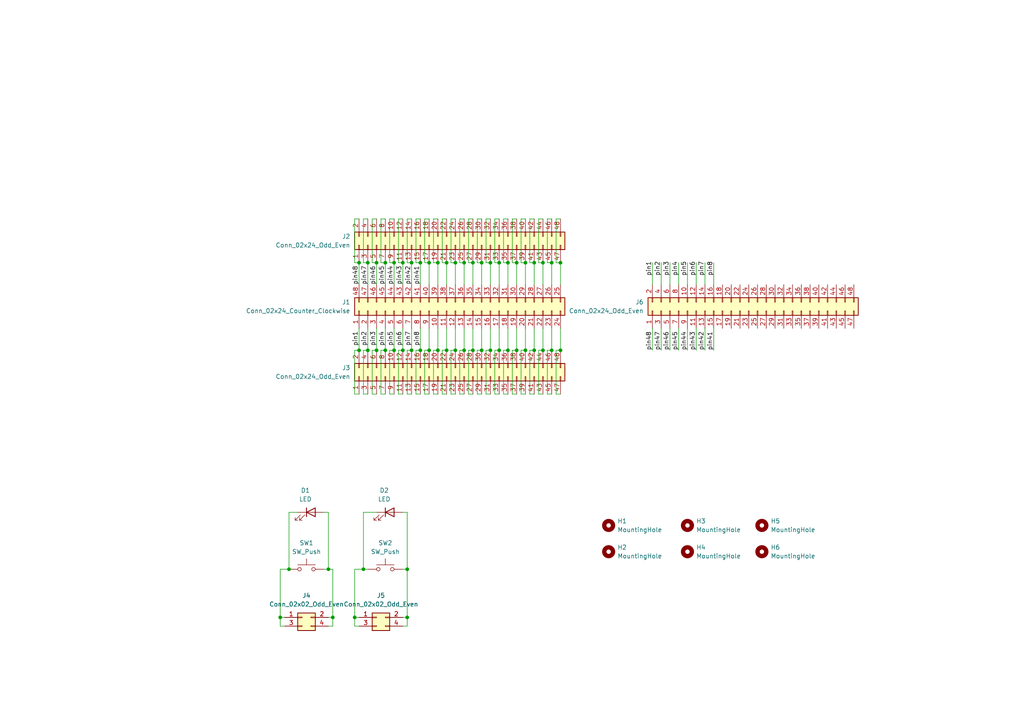
<source format=kicad_sch>
(kicad_sch (version 20231120) (generator "eeschema") (generator_version "8.0")
  (paper "A4")
  (lib_symbols
    (symbol "Connector_Generic:Conn_02x02_Odd_Even" (pin_names (offset 1.016) hide)
      (property "Reference" "J" (at 1.27 2.54 0))
      (property "Value" "Conn_02x02_Odd_Even" (at 1.27 -5.08 0))
      (symbol "Conn_02x02_Odd_Even_1_1"
        (rectangle (start -1.27 -2.413) (end 0 -2.667) (stroke (width 0.1524)))
        (rectangle (start -1.27 0.127) (end 0 -0.127) (stroke (width 0.1524)))
        (rectangle (start -1.27 1.27) (end 3.81 -3.81) (stroke (width 0.254)) (fill (type background)))
        (rectangle (start 3.81 -2.413) (end 2.54 -2.667) (stroke (width 0.1524)))
        (rectangle (start 3.81 0.127) (end 2.54 -0.127) (stroke (width 0.1524)))
        (pin passive line (at -5.08 0 0) (length 3.81) (name "Pin_1") (number "1"))
        (pin passive line (at 7.62 0 180) (length 3.81) (name "Pin_2") (number "2"))
        (pin passive line (at -5.08 -2.54 0) (length 3.81) (name "Pin_3") (number "3"))
        (pin passive line (at 7.62 -2.54 180) (length 3.81) (name "Pin_4") (number "4"))
      )
    )
    (symbol "Connector_Generic:Conn_02x24_Counter_Clockwise" (pin_names (offset 1.016) hide)
      (property "Reference" "J" (at 1.27 30.48 0))
      (property "Value" "Conn_02x24_Counter_Clockwise" (at 1.27 -33.02 0))
      (symbol "Conn_02x24_Counter_Clockwise_1_1"
        (rectangle (start -1.27 -30.353) (end 0 -30.607) (stroke (width 0.1524)))
        (rectangle (start -1.27 -27.813) (end 0 -28.067) (stroke (width 0.1524)))
        (rectangle (start -1.27 -25.273) (end 0 -25.527) (stroke (width 0.1524)))
        (rectangle (start -1.27 -22.733) (end 0 -22.987) (stroke (width 0.1524)))
        (rectangle (start -1.27 -20.193) (end 0 -20.447) (stroke (width 0.1524)))
        (rectangle (start -1.27 -17.653) (end 0 -17.907) (stroke (width 0.1524)))
        (rectangle (start -1.27 -15.113) (end 0 -15.367) (stroke (width 0.1524)))
        (rectangle (start -1.27 -12.573) (end 0 -12.827) (stroke (width 0.1524)))
        (rectangle (start -1.27 -10.033) (end 0 -10.287) (stroke (width 0.1524)))
        (rectangle (start -1.27 -7.493) (end 0 -7.747) (stroke (width 0.1524)))
        (rectangle (start -1.27 -4.953) (end 0 -5.207) (stroke (width 0.1524)))
        (rectangle (start -1.27 -2.413) (end 0 -2.667) (stroke (width 0.1524)))
        (rectangle (start -1.27 0.127) (end 0 -0.127) (stroke (width 0.1524)))
        (rectangle (start -1.27 2.667) (end 0 2.413) (stroke (width 0.1524)))
        (rectangle (start -1.27 5.207) (end 0 4.953) (stroke (width 0.1524)))
        (rectangle (start -1.27 7.747) (end 0 7.493) (stroke (width 0.1524)))
        (rectangle (start -1.27 10.287) (end 0 10.033) (stroke (width 0.1524)))
        (rectangle (start -1.27 12.827) (end 0 12.573) (stroke (width 0.1524)))
        (rectangle (start -1.27 15.367) (end 0 15.113) (stroke (width 0.1524)))
        (rectangle (start -1.27 17.907) (end 0 17.653) (stroke (width 0.1524)))
        (rectangle (start -1.27 20.447) (end 0 20.193) (stroke (width 0.1524)))
        (rectangle (start -1.27 22.987) (end 0 22.733) (stroke (width 0.1524)))
        (rectangle (start -1.27 25.527) (end 0 25.273) (stroke (width 0.1524)))
        (rectangle (start -1.27 28.067) (end 0 27.813) (stroke (width 0.1524)))
        (rectangle (start -1.27 29.21) (end 3.81 -31.75) (stroke (width 0.254)) (fill (type background)))
        (rectangle (start 3.81 -30.353) (end 2.54 -30.607) (stroke (width 0.1524)))
        (rectangle (start 3.81 -27.813) (end 2.54 -28.067) (stroke (width 0.1524)))
        (rectangle (start 3.81 -25.273) (end 2.54 -25.527) (stroke (width 0.1524)))
        (rectangle (start 3.81 -22.733) (end 2.54 -22.987) (stroke (width 0.1524)))
        (rectangle (start 3.81 -20.193) (end 2.54 -20.447) (stroke (width 0.1524)))
        (rectangle (start 3.81 -17.653) (end 2.54 -17.907) (stroke (width 0.1524)))
        (rectangle (start 3.81 -15.113) (end 2.54 -15.367) (stroke (width 0.1524)))
        (rectangle (start 3.81 -12.573) (end 2.54 -12.827) (stroke (width 0.1524)))
        (rectangle (start 3.81 -10.033) (end 2.54 -10.287) (stroke (width 0.1524)))
        (rectangle (start 3.81 -7.493) (end 2.54 -7.747) (stroke (width 0.1524)))
        (rectangle (start 3.81 -4.953) (end 2.54 -5.207) (stroke (width 0.1524)))
        (rectangle (start 3.81 -2.413) (end 2.54 -2.667) (stroke (width 0.1524)))
        (rectangle (start 3.81 0.127) (end 2.54 -0.127) (stroke (width 0.1524)))
        (rectangle (start 3.81 2.667) (end 2.54 2.413) (stroke (width 0.1524)))
        (rectangle (start 3.81 5.207) (end 2.54 4.953) (stroke (width 0.1524)))
        (rectangle (start 3.81 7.747) (end 2.54 7.493) (stroke (width 0.1524)))
        (rectangle (start 3.81 10.287) (end 2.54 10.033) (stroke (width 0.1524)))
        (rectangle (start 3.81 12.827) (end 2.54 12.573) (stroke (width 0.1524)))
        (rectangle (start 3.81 15.367) (end 2.54 15.113) (stroke (width 0.1524)))
        (rectangle (start 3.81 17.907) (end 2.54 17.653) (stroke (width 0.1524)))
        (rectangle (start 3.81 20.447) (end 2.54 20.193) (stroke (width 0.1524)))
        (rectangle (start 3.81 22.987) (end 2.54 22.733) (stroke (width 0.1524)))
        (rectangle (start 3.81 25.527) (end 2.54 25.273) (stroke (width 0.1524)))
        (rectangle (start 3.81 28.067) (end 2.54 27.813) (stroke (width 0.1524)))
        (pin passive line (at -5.08 27.94 0) (length 3.81) (name "Pin_1") (number "1"))
        (pin passive line (at -5.08 5.08 0) (length 3.81) (name "Pin_10") (number "10"))
        (pin passive line (at -5.08 2.54 0) (length 3.81) (name "Pin_11") (number "11"))
        (pin passive line (at -5.08 0 0) (length 3.81) (name "Pin_12") (number "12"))
        (pin passive line (at -5.08 -2.54 0) (length 3.81) (name "Pin_13") (number "13"))
        (pin passive line (at -5.08 -5.08 0) (length 3.81) (name "Pin_14") (number "14"))
        (pin passive line (at -5.08 -7.62 0) (length 3.81) (name "Pin_15") (number "15"))
        (pin passive line (at -5.08 -10.16 0) (length 3.81) (name "Pin_16") (number "16"))
        (pin passive line (at -5.08 -12.7 0) (length 3.81) (name "Pin_17") (number "17"))
        (pin passive line (at -5.08 -15.24 0) (length 3.81) (name "Pin_18") (number "18"))
        (pin passive line (at -5.08 -17.78 0) (length 3.81) (name "Pin_19") (number "19"))
        (pin passive line (at -5.08 25.4 0) (length 3.81) (name "Pin_2") (number "2"))
        (pin passive line (at -5.08 -20.32 0) (length 3.81) (name "Pin_20") (number "20"))
        (pin passive line (at -5.08 -22.86 0) (length 3.81) (name "Pin_21") (number "21"))
        (pin passive line (at -5.08 -25.4 0) (length 3.81) (name "Pin_22") (number "22"))
        (pin passive line (at -5.08 -27.94 0) (length 3.81) (name "Pin_23") (number "23"))
        (pin passive line (at -5.08 -30.48 0) (length 3.81) (name "Pin_24") (number "24"))
        (pin passive line (at 7.62 -30.48 180) (length 3.81) (name "Pin_25") (number "25"))
        (pin passive line (at 7.62 -27.94 180) (length 3.81) (name "Pin_26") (number "26"))
        (pin passive line (at 7.62 -25.4 180) (length 3.81) (name "Pin_27") (number "27"))
        (pin passive line (at 7.62 -22.86 180) (length 3.81) (name "Pin_28") (number "28"))
        (pin passive line (at 7.62 -20.32 180) (length 3.81) (name "Pin_29") (number "29"))
        (pin passive line (at -5.08 22.86 0) (length 3.81) (name "Pin_3") (number "3"))
        (pin passive line (at 7.62 -17.78 180) (length 3.81) (name "Pin_30") (number "30"))
        (pin passive line (at 7.62 -15.24 180) (length 3.81) (name "Pin_31") (number "31"))
        (pin passive line (at 7.62 -12.7 180) (length 3.81) (name "Pin_32") (number "32"))
        (pin passive line (at 7.62 -10.16 180) (length 3.81) (name "Pin_33") (number "33"))
        (pin passive line (at 7.62 -7.62 180) (length 3.81) (name "Pin_34") (number "34"))
        (pin passive line (at 7.62 -5.08 180) (length 3.81) (name "Pin_35") (number "35"))
        (pin passive line (at 7.62 -2.54 180) (length 3.81) (name "Pin_36") (number "36"))
        (pin passive line (at 7.62 0 180) (length 3.81) (name "Pin_37") (number "37"))
        (pin passive line (at 7.62 2.54 180) (length 3.81) (name "Pin_38") (number "38"))
        (pin passive line (at 7.62 5.08 180) (length 3.81) (name "Pin_39") (number "39"))
        (pin passive line (at -5.08 20.32 0) (length 3.81) (name "Pin_4") (number "4"))
        (pin passive line (at 7.62 7.62 180) (length 3.81) (name "Pin_40") (number "40"))
        (pin passive line (at 7.62 10.16 180) (length 3.81) (name "Pin_41") (number "41"))
        (pin passive line (at 7.62 12.7 180) (length 3.81) (name "Pin_42") (number "42"))
        (pin passive line (at 7.62 15.24 180) (length 3.81) (name "Pin_43") (number "43"))
        (pin passive line (at 7.62 17.78 180) (length 3.81) (name "Pin_44") (number "44"))
        (pin passive line (at 7.62 20.32 180) (length 3.81) (name "Pin_45") (number "45"))
        (pin passive line (at 7.62 22.86 180) (length 3.81) (name "Pin_46") (number "46"))
        (pin passive line (at 7.62 25.4 180) (length 3.81) (name "Pin_47") (number "47"))
        (pin passive line (at 7.62 27.94 180) (length 3.81) (name "Pin_48") (number "48"))
        (pin passive line (at -5.08 17.78 0) (length 3.81) (name "Pin_5") (number "5"))
        (pin passive line (at -5.08 15.24 0) (length 3.81) (name "Pin_6") (number "6"))
        (pin passive line (at -5.08 12.7 0) (length 3.81) (name "Pin_7") (number "7"))
        (pin passive line (at -5.08 10.16 0) (length 3.81) (name "Pin_8") (number "8"))
        (pin passive line (at -5.08 7.62 0) (length 3.81) (name "Pin_9") (number "9"))
      )
    )
    (symbol "Connector_Generic:Conn_02x24_Odd_Even" (pin_names (offset 1.016) hide)
      (property "Reference" "J" (at 1.27 30.48 0))
      (property "Value" "Conn_02x24_Odd_Even" (at 1.27 -33.02 0))
      (symbol "Conn_02x24_Odd_Even_1_1"
        (rectangle (start -1.27 -30.353) (end 0 -30.607) (stroke (width 0.1524)))
        (rectangle (start -1.27 -27.813) (end 0 -28.067) (stroke (width 0.1524)))
        (rectangle (start -1.27 -25.273) (end 0 -25.527) (stroke (width 0.1524)))
        (rectangle (start -1.27 -22.733) (end 0 -22.987) (stroke (width 0.1524)))
        (rectangle (start -1.27 -20.193) (end 0 -20.447) (stroke (width 0.1524)))
        (rectangle (start -1.27 -17.653) (end 0 -17.907) (stroke (width 0.1524)))
        (rectangle (start -1.27 -15.113) (end 0 -15.367) (stroke (width 0.1524)))
        (rectangle (start -1.27 -12.573) (end 0 -12.827) (stroke (width 0.1524)))
        (rectangle (start -1.27 -10.033) (end 0 -10.287) (stroke (width 0.1524)))
        (rectangle (start -1.27 -7.493) (end 0 -7.747) (stroke (width 0.1524)))
        (rectangle (start -1.27 -4.953) (end 0 -5.207) (stroke (width 0.1524)))
        (rectangle (start -1.27 -2.413) (end 0 -2.667) (stroke (width 0.1524)))
        (rectangle (start -1.27 0.127) (end 0 -0.127) (stroke (width 0.1524)))
        (rectangle (start -1.27 2.667) (end 0 2.413) (stroke (width 0.1524)))
        (rectangle (start -1.27 5.207) (end 0 4.953) (stroke (width 0.1524)))
        (rectangle (start -1.27 7.747) (end 0 7.493) (stroke (width 0.1524)))
        (rectangle (start -1.27 10.287) (end 0 10.033) (stroke (width 0.1524)))
        (rectangle (start -1.27 12.827) (end 0 12.573) (stroke (width 0.1524)))
        (rectangle (start -1.27 15.367) (end 0 15.113) (stroke (width 0.1524)))
        (rectangle (start -1.27 17.907) (end 0 17.653) (stroke (width 0.1524)))
        (rectangle (start -1.27 20.447) (end 0 20.193) (stroke (width 0.1524)))
        (rectangle (start -1.27 22.987) (end 0 22.733) (stroke (width 0.1524)))
        (rectangle (start -1.27 25.527) (end 0 25.273) (stroke (width 0.1524)))
        (rectangle (start -1.27 28.067) (end 0 27.813) (stroke (width 0.1524)))
        (rectangle (start -1.27 29.21) (end 3.81 -31.75) (stroke (width 0.254)) (fill (type background)))
        (rectangle (start 3.81 -30.353) (end 2.54 -30.607) (stroke (width 0.1524)))
        (rectangle (start 3.81 -27.813) (end 2.54 -28.067) (stroke (width 0.1524)))
        (rectangle (start 3.81 -25.273) (end 2.54 -25.527) (stroke (width 0.1524)))
        (rectangle (start 3.81 -22.733) (end 2.54 -22.987) (stroke (width 0.1524)))
        (rectangle (start 3.81 -20.193) (end 2.54 -20.447) (stroke (width 0.1524)))
        (rectangle (start 3.81 -17.653) (end 2.54 -17.907) (stroke (width 0.1524)))
        (rectangle (start 3.81 -15.113) (end 2.54 -15.367) (stroke (width 0.1524)))
        (rectangle (start 3.81 -12.573) (end 2.54 -12.827) (stroke (width 0.1524)))
        (rectangle (start 3.81 -10.033) (end 2.54 -10.287) (stroke (width 0.1524)))
        (rectangle (start 3.81 -7.493) (end 2.54 -7.747) (stroke (width 0.1524)))
        (rectangle (start 3.81 -4.953) (end 2.54 -5.207) (stroke (width 0.1524)))
        (rectangle (start 3.81 -2.413) (end 2.54 -2.667) (stroke (width 0.1524)))
        (rectangle (start 3.81 0.127) (end 2.54 -0.127) (stroke (width 0.1524)))
        (rectangle (start 3.81 2.667) (end 2.54 2.413) (stroke (width 0.1524)))
        (rectangle (start 3.81 5.207) (end 2.54 4.953) (stroke (width 0.1524)))
        (rectangle (start 3.81 7.747) (end 2.54 7.493) (stroke (width 0.1524)))
        (rectangle (start 3.81 10.287) (end 2.54 10.033) (stroke (width 0.1524)))
        (rectangle (start 3.81 12.827) (end 2.54 12.573) (stroke (width 0.1524)))
        (rectangle (start 3.81 15.367) (end 2.54 15.113) (stroke (width 0.1524)))
        (rectangle (start 3.81 17.907) (end 2.54 17.653) (stroke (width 0.1524)))
        (rectangle (start 3.81 20.447) (end 2.54 20.193) (stroke (width 0.1524)))
        (rectangle (start 3.81 22.987) (end 2.54 22.733) (stroke (width 0.1524)))
        (rectangle (start 3.81 25.527) (end 2.54 25.273) (stroke (width 0.1524)))
        (rectangle (start 3.81 28.067) (end 2.54 27.813) (stroke (width 0.1524)))
        (pin passive line (at -5.08 27.94 0) (length 3.81) (name "Pin_1") (number "1"))
        (pin passive line (at 7.62 17.78 180) (length 3.81) (name "Pin_10") (number "10"))
        (pin passive line (at -5.08 15.24 0) (length 3.81) (name "Pin_11") (number "11"))
        (pin passive line (at 7.62 15.24 180) (length 3.81) (name "Pin_12") (number "12"))
        (pin passive line (at -5.08 12.7 0) (length 3.81) (name "Pin_13") (number "13"))
        (pin passive line (at 7.62 12.7 180) (length 3.81) (name "Pin_14") (number "14"))
        (pin passive line (at -5.08 10.16 0) (length 3.81) (name "Pin_15") (number "15"))
        (pin passive line (at 7.62 10.16 180) (length 3.81) (name "Pin_16") (number "16"))
        (pin passive line (at -5.08 7.62 0) (length 3.81) (name "Pin_17") (number "17"))
        (pin passive line (at 7.62 7.62 180) (length 3.81) (name "Pin_18") (number "18"))
        (pin passive line (at -5.08 5.08 0) (length 3.81) (name "Pin_19") (number "19"))
        (pin passive line (at 7.62 27.94 180) (length 3.81) (name "Pin_2") (number "2"))
        (pin passive line (at 7.62 5.08 180) (length 3.81) (name "Pin_20") (number "20"))
        (pin passive line (at -5.08 2.54 0) (length 3.81) (name "Pin_21") (number "21"))
        (pin passive line (at 7.62 2.54 180) (length 3.81) (name "Pin_22") (number "22"))
        (pin passive line (at -5.08 0 0) (length 3.81) (name "Pin_23") (number "23"))
        (pin passive line (at 7.62 0 180) (length 3.81) (name "Pin_24") (number "24"))
        (pin passive line (at -5.08 -2.54 0) (length 3.81) (name "Pin_25") (number "25"))
        (pin passive line (at 7.62 -2.54 180) (length 3.81) (name "Pin_26") (number "26"))
        (pin passive line (at -5.08 -5.08 0) (length 3.81) (name "Pin_27") (number "27"))
        (pin passive line (at 7.62 -5.08 180) (length 3.81) (name "Pin_28") (number "28"))
        (pin passive line (at -5.08 -7.62 0) (length 3.81) (name "Pin_29") (number "29"))
        (pin passive line (at -5.08 25.4 0) (length 3.81) (name "Pin_3") (number "3"))
        (pin passive line (at 7.62 -7.62 180) (length 3.81) (name "Pin_30") (number "30"))
        (pin passive line (at -5.08 -10.16 0) (length 3.81) (name "Pin_31") (number "31"))
        (pin passive line (at 7.62 -10.16 180) (length 3.81) (name "Pin_32") (number "32"))
        (pin passive line (at -5.08 -12.7 0) (length 3.81) (name "Pin_33") (number "33"))
        (pin passive line (at 7.62 -12.7 180) (length 3.81) (name "Pin_34") (number "34"))
        (pin passive line (at -5.08 -15.24 0) (length 3.81) (name "Pin_35") (number "35"))
        (pin passive line (at 7.62 -15.24 180) (length 3.81) (name "Pin_36") (number "36"))
        (pin passive line (at -5.08 -17.78 0) (length 3.81) (name "Pin_37") (number "37"))
        (pin passive line (at 7.62 -17.78 180) (length 3.81) (name "Pin_38") (number "38"))
        (pin passive line (at -5.08 -20.32 0) (length 3.81) (name "Pin_39") (number "39"))
        (pin passive line (at 7.62 25.4 180) (length 3.81) (name "Pin_4") (number "4"))
        (pin passive line (at 7.62 -20.32 180) (length 3.81) (name "Pin_40") (number "40"))
        (pin passive line (at -5.08 -22.86 0) (length 3.81) (name "Pin_41") (number "41"))
        (pin passive line (at 7.62 -22.86 180) (length 3.81) (name "Pin_42") (number "42"))
        (pin passive line (at -5.08 -25.4 0) (length 3.81) (name "Pin_43") (number "43"))
        (pin passive line (at 7.62 -25.4 180) (length 3.81) (name "Pin_44") (number "44"))
        (pin passive line (at -5.08 -27.94 0) (length 3.81) (name "Pin_45") (number "45"))
        (pin passive line (at 7.62 -27.94 180) (length 3.81) (name "Pin_46") (number "46"))
        (pin passive line (at -5.08 -30.48 0) (length 3.81) (name "Pin_47") (number "47"))
        (pin passive line (at 7.62 -30.48 180) (length 3.81) (name "Pin_48") (number "48"))
        (pin passive line (at -5.08 22.86 0) (length 3.81) (name "Pin_5") (number "5"))
        (pin passive line (at 7.62 22.86 180) (length 3.81) (name "Pin_6") (number "6"))
        (pin passive line (at -5.08 20.32 0) (length 3.81) (name "Pin_7") (number "7"))
        (pin passive line (at 7.62 20.32 180) (length 3.81) (name "Pin_8") (number "8"))
        (pin passive line (at -5.08 17.78 0) (length 3.81) (name "Pin_9") (number "9"))
      )
    )
    (symbol "Device:LED" (pin_numbers hide) (pin_names (offset 1.016) hide)
      (property "Reference" "D" (at 0 2.54 0))
      (property "Value" "LED" (at 0 -2.54 0))
      (symbol "LED_0_1"
        (polyline (pts (xy -1.27 -1.27) (xy -1.27 1.27)) (stroke (width 0.254)))
        (polyline (pts (xy -1.27 0) (xy 1.27 0)))
        (polyline (pts (xy 1.27 -1.27) (xy 1.27 1.27) (xy -1.27 0) (xy 1.27 -1.27)) (stroke (width 0.254)))
        (polyline (pts (xy -3.048 -0.762) (xy -4.572 -2.286) (xy -3.81 -2.286) (xy -4.572 -2.286) (xy -4.572 -1.524)))
        (polyline (pts (xy -1.778 -0.762) (xy -3.302 -2.286) (xy -2.54 -2.286) (xy -3.302 -2.286) (xy -3.302 -1.524)))
      )
      (symbol "LED_1_1"
        (pin passive line (at -3.81 0 0) (length 2.54) (name "K") (number "1"))
        (pin passive line (at 3.81 0 180) (length 2.54) (name "A") (number "2"))
      )
    )
    (symbol "Mechanical:MountingHole" (pin_names (offset 1.016)) (exclude_from_sim yes) (in_bom no)
      (property "Reference" "H" (at 0 5.08 0))
      (property "Value" "MountingHole" (at 0 3.175 0))
      (symbol "MountingHole_0_1"
        (circle (center 0 0) (radius 1.27) (stroke (width 1.27)))
      )
    )
    (symbol "Switch:SW_Push" (pin_numbers hide) (pin_names (offset 1.016) hide)
      (property "Reference" "SW" (at 1.27 2.54 0))
      (property "Value" "SW_Push" (at 0 -1.524 0))
      (symbol "SW_Push_0_1"
        (circle (center -2.032 0) (radius 0.508))
        (polyline (pts (xy 0 1.27) (xy 0 3.048)))
        (polyline (pts (xy 2.54 1.27) (xy -2.54 1.27)))
        (circle (center 2.032 0) (radius 0.508))
        (pin passive line (at -5.08 0 0) (length 2.54) (name "1") (number "1"))
        (pin passive line (at 5.08 0 180) (length 2.54) (name "2") (number "2"))
      )
    )
  )
  (junction (at 106.68 76.2))
  (junction (at 154.94 76.2))
  (junction (at 162.56 76.2))
  (junction (at 157.48 76.2))
  (junction (at 149.86 101.6))
  (junction (at 121.92 76.2))
  (junction (at 139.7 101.6))
  (junction (at 144.78 76.2))
  (junction (at 116.84 101.6))
  (junction (at 81.28 179.07))
  (junction (at 95.25 165.1))
  (junction (at 132.08 76.2))
  (junction (at 109.22 76.2))
  (junction (at 142.24 76.2))
  (junction (at 111.76 101.6))
  (junction (at 149.86 76.2))
  (junction (at 114.3 101.6))
  (junction (at 106.68 101.6))
  (junction (at 144.78 101.6))
  (junction (at 162.56 101.6))
  (junction (at 124.46 76.2))
  (junction (at 111.76 76.2))
  (junction (at 132.08 101.6))
  (junction (at 119.38 101.6))
  (junction (at 129.54 101.6))
  (junction (at 134.62 76.2))
  (junction (at 121.92 101.6))
  (junction (at 147.32 101.6))
  (junction (at 139.7 76.2))
  (junction (at 152.4 101.6))
  (junction (at 96.52 179.07))
  (junction (at 127 76.2))
  (junction (at 109.22 101.6))
  (junction (at 83.82 165.1))
  (junction (at 160.02 101.6))
  (junction (at 147.32 76.2))
  (junction (at 152.4 76.2))
  (junction (at 114.3 76.2))
  (junction (at 157.48 101.6))
  (junction (at 137.16 76.2))
  (junction (at 105.41 165.1))
  (junction (at 102.87 179.07))
  (junction (at 119.38 76.2))
  (junction (at 124.46 101.6))
  (junction (at 104.14 101.6))
  (junction (at 160.02 76.2))
  (junction (at 118.11 179.07))
  (junction (at 116.84 76.2))
  (junction (at 142.24 101.6))
  (junction (at 127 101.6))
  (junction (at 118.11 165.1))
  (junction (at 154.94 101.6))
  (junction (at 104.14 76.2))
  (junction (at 134.62 101.6))
  (junction (at 137.16 101.6))
  (junction (at 129.54 76.2))
  (wire (pts (xy 124.46 95.25) (xy 124.46 101.6)))
  (wire (pts (xy 199.39 95.25) (xy 199.39 101.6)))
  (wire (pts (xy 106.68 95.25) (xy 106.68 101.6)))
  (wire (pts (xy 115.57 76.2) (xy 115.57 63.5)))
  (wire (pts (xy 152.4 76.2) (xy 152.4 82.55)))
  (wire (pts (xy 146.05 114.3) (xy 147.32 114.3)))
  (wire (pts (xy 110.49 114.3) (xy 111.76 114.3)))
  (wire (pts (xy 161.29 76.2) (xy 161.29 63.5)))
  (wire (pts (xy 124.46 101.6) (xy 123.19 101.6)))
  (wire (pts (xy 95.25 165.1) (xy 93.98 165.1)))
  (wire (pts (xy 102.87 63.5) (xy 104.14 63.5)))
  (wire (pts (xy 127 95.25) (xy 127 101.6)))
  (wire (pts (xy 135.89 76.2) (xy 135.89 63.5)))
  (wire (pts (xy 105.41 165.1) (xy 106.68 165.1)))
  (wire (pts (xy 105.41 63.5) (xy 106.68 63.5)))
  (wire (pts (xy 115.57 114.3) (xy 116.84 114.3)))
  (wire (pts (xy 148.59 114.3) (xy 149.86 114.3)))
  (wire (pts (xy 153.67 76.2) (xy 153.67 63.5)))
  (wire (pts (xy 147.32 76.2) (xy 146.05 76.2)))
  (wire (pts (xy 135.89 101.6) (xy 135.89 114.3)))
  (wire (pts (xy 107.95 101.6) (xy 107.95 114.3)))
  (wire (pts (xy 142.24 101.6) (xy 140.97 101.6)))
  (wire (pts (xy 133.35 101.6) (xy 133.35 114.3)))
  (wire (pts (xy 196.85 76.2) (xy 196.85 82.55)))
  (wire (pts (xy 143.51 76.2) (xy 143.51 63.5)))
  (wire (pts (xy 148.59 63.5) (xy 149.86 63.5)))
  (wire (pts (xy 95.25 165.1) (xy 96.52 165.1)))
  (wire (pts (xy 121.92 76.2) (xy 121.92 82.55)))
  (wire (pts (xy 154.94 76.2) (xy 154.94 82.55)))
  (wire (pts (xy 125.73 101.6) (xy 125.73 114.3)))
  (wire (pts (xy 111.76 76.2) (xy 110.49 76.2)))
  (wire (pts (xy 156.21 63.5) (xy 157.48 63.5)))
  (wire (pts (xy 133.35 63.5) (xy 134.62 63.5)))
  (wire (pts (xy 158.75 101.6) (xy 158.75 114.3)))
  (wire (pts (xy 104.14 101.6) (xy 102.87 101.6)))
  (wire (pts (xy 109.22 76.2) (xy 107.95 76.2)))
  (wire (pts (xy 138.43 76.2) (xy 138.43 63.5)))
  (wire (pts (xy 121.92 101.6) (xy 120.65 101.6)))
  (wire (pts (xy 162.56 95.25) (xy 162.56 101.6)))
  (wire (pts (xy 102.87 114.3) (xy 104.14 114.3)))
  (wire (pts (xy 102.87 179.07) (xy 104.14 179.07)))
  (wire (pts (xy 138.43 101.6) (xy 138.43 114.3)))
  (wire (pts (xy 138.43 63.5) (xy 139.7 63.5)))
  (wire (pts (xy 83.82 165.1) (xy 81.28 165.1)))
  (wire (pts (xy 143.51 101.6) (xy 143.51 114.3)))
  (wire (pts (xy 118.11 165.1) (xy 116.84 165.1)))
  (wire (pts (xy 140.97 114.3) (xy 142.24 114.3)))
  (wire (pts (xy 153.67 114.3) (xy 154.94 114.3)))
  (wire (pts (xy 143.51 114.3) (xy 144.78 114.3)))
  (wire (pts (xy 157.48 95.25) (xy 157.48 101.6)))
  (wire (pts (xy 151.13 76.2) (xy 151.13 63.5)))
  (wire (pts (xy 139.7 76.2) (xy 139.7 82.55)))
  (wire (pts (xy 96.52 165.1) (xy 96.52 179.07)))
  (wire (pts (xy 160.02 95.25) (xy 160.02 101.6)))
  (wire (pts (xy 152.4 95.25) (xy 152.4 101.6)))
  (wire (pts (xy 127 101.6) (xy 125.73 101.6)))
  (wire (pts (xy 149.86 95.25) (xy 149.86 101.6)))
  (wire (pts (xy 95.25 148.59) (xy 95.25 165.1)))
  (wire (pts (xy 118.11 63.5) (xy 119.38 63.5)))
  (wire (pts (xy 96.52 179.07) (xy 96.52 181.61)))
  (wire (pts (xy 189.23 95.25) (xy 189.23 101.6)))
  (wire (pts (xy 109.22 95.25) (xy 109.22 101.6)))
  (wire (pts (xy 148.59 76.2) (xy 148.59 63.5)))
  (wire (pts (xy 139.7 95.25) (xy 139.7 101.6)))
  (wire (pts (xy 139.7 101.6) (xy 138.43 101.6)))
  (wire (pts (xy 130.81 76.2) (xy 130.81 63.5)))
  (wire (pts (xy 125.73 76.2) (xy 125.73 63.5)))
  (wire (pts (xy 160.02 76.2) (xy 158.75 76.2)))
  (wire (pts (xy 124.46 76.2) (xy 123.19 76.2)))
  (wire (pts (xy 160.02 101.6) (xy 158.75 101.6)))
  (wire (pts (xy 107.95 76.2) (xy 107.95 63.5)))
  (wire (pts (xy 118.11 179.07) (xy 118.11 181.61)))
  (wire (pts (xy 207.01 76.2) (xy 207.01 82.55)))
  (wire (pts (xy 128.27 114.3) (xy 129.54 114.3)))
  (wire (pts (xy 204.47 76.2) (xy 204.47 82.55)))
  (wire (pts (xy 111.76 76.2) (xy 111.76 82.55)))
  (wire (pts (xy 151.13 114.3) (xy 152.4 114.3)))
  (wire (pts (xy 106.68 76.2) (xy 106.68 82.55)))
  (wire (pts (xy 115.57 63.5) (xy 116.84 63.5)))
  (wire (pts (xy 120.65 63.5) (xy 121.92 63.5)))
  (wire (pts (xy 102.87 179.07) (xy 102.87 181.61)))
  (wire (pts (xy 161.29 63.5) (xy 162.56 63.5)))
  (wire (pts (xy 93.98 148.59) (xy 95.25 148.59)))
  (wire (pts (xy 81.28 165.1) (xy 81.28 179.07)))
  (wire (pts (xy 146.05 76.2) (xy 146.05 63.5)))
  (wire (pts (xy 144.78 76.2) (xy 143.51 76.2)))
  (wire (pts (xy 81.28 179.07) (xy 82.55 179.07)))
  (wire (pts (xy 199.39 76.2) (xy 199.39 82.55)))
  (wire (pts (xy 201.93 95.25) (xy 201.93 101.6)))
  (wire (pts (xy 129.54 101.6) (xy 128.27 101.6)))
  (wire (pts (xy 119.38 76.2) (xy 119.38 82.55)))
  (wire (pts (xy 158.75 76.2) (xy 158.75 63.5)))
  (wire (pts (xy 113.03 63.5) (xy 114.3 63.5)))
  (wire (pts (xy 81.28 181.61) (xy 82.55 181.61)))
  (wire (pts (xy 137.16 95.25) (xy 137.16 101.6)))
  (wire (pts (xy 149.86 101.6) (xy 148.59 101.6)))
  (wire (pts (xy 130.81 114.3) (xy 132.08 114.3)))
  (wire (pts (xy 137.16 101.6) (xy 135.89 101.6)))
  (wire (pts (xy 110.49 76.2) (xy 110.49 63.5)))
  (wire (pts (xy 127 76.2) (xy 125.73 76.2)))
  (wire (pts (xy 113.03 76.2) (xy 113.03 63.5)))
  (wire (pts (xy 196.85 95.25) (xy 196.85 101.6)))
  (wire (pts (xy 139.7 76.2) (xy 138.43 76.2)))
  (wire (pts (xy 128.27 63.5) (xy 129.54 63.5)))
  (wire (pts (xy 133.35 76.2) (xy 133.35 63.5)))
  (wire (pts (xy 191.77 76.2) (xy 191.77 82.55)))
  (wire (pts (xy 157.48 76.2) (xy 157.48 82.55)))
  (wire (pts (xy 111.76 101.6) (xy 110.49 101.6)))
  (wire (pts (xy 161.29 114.3) (xy 162.56 114.3)))
  (wire (pts (xy 142.24 95.25) (xy 142.24 101.6)))
  (wire (pts (xy 128.27 101.6) (xy 128.27 114.3)))
  (wire (pts (xy 104.14 76.2) (xy 102.87 76.2)))
  (wire (pts (xy 135.89 114.3) (xy 137.16 114.3)))
  (wire (pts (xy 116.84 148.59) (xy 118.11 148.59)))
  (wire (pts (xy 149.86 76.2) (xy 148.59 76.2)))
  (wire (pts (xy 134.62 76.2) (xy 134.62 82.55)))
  (wire (pts (xy 140.97 101.6) (xy 140.97 114.3)))
  (wire (pts (xy 118.11 101.6) (xy 118.11 114.3)))
  (wire (pts (xy 142.24 76.2) (xy 142.24 82.55)))
  (wire (pts (xy 201.93 76.2) (xy 201.93 82.55)))
  (wire (pts (xy 158.75 63.5) (xy 160.02 63.5)))
  (wire (pts (xy 158.75 114.3) (xy 160.02 114.3)))
  (wire (pts (xy 119.38 76.2) (xy 118.11 76.2)))
  (wire (pts (xy 86.36 148.59) (xy 83.82 148.59)))
  (wire (pts (xy 118.11 181.61) (xy 116.84 181.61)))
  (wire (pts (xy 129.54 76.2) (xy 128.27 76.2)))
  (wire (pts (xy 116.84 95.25) (xy 116.84 101.6)))
  (wire (pts (xy 146.05 63.5) (xy 147.32 63.5)))
  (wire (pts (xy 147.32 76.2) (xy 147.32 82.55)))
  (wire (pts (xy 105.41 76.2) (xy 105.41 63.5)))
  (wire (pts (xy 116.84 179.07) (xy 118.11 179.07)))
  (wire (pts (xy 137.16 76.2) (xy 135.89 76.2)))
  (wire (pts (xy 130.81 101.6) (xy 130.81 114.3)))
  (wire (pts (xy 191.77 95.25) (xy 191.77 101.6)))
  (wire (pts (xy 157.48 101.6) (xy 156.21 101.6)))
  (wire (pts (xy 114.3 76.2) (xy 113.03 76.2)))
  (wire (pts (xy 125.73 63.5) (xy 127 63.5)))
  (wire (pts (xy 132.08 95.25) (xy 132.08 101.6)))
  (wire (pts (xy 128.27 76.2) (xy 128.27 63.5)))
  (wire (pts (xy 154.94 76.2) (xy 153.67 76.2)))
  (wire (pts (xy 134.62 101.6) (xy 133.35 101.6)))
  (wire (pts (xy 135.89 63.5) (xy 137.16 63.5)))
  (wire (pts (xy 102.87 101.6) (xy 102.87 114.3)))
  (wire (pts (xy 115.57 101.6) (xy 115.57 114.3)))
  (wire (pts (xy 109.22 101.6) (xy 107.95 101.6)))
  (wire (pts (xy 147.32 101.6) (xy 146.05 101.6)))
  (wire (pts (xy 118.11 114.3) (xy 119.38 114.3)))
  (wire (pts (xy 107.95 63.5) (xy 109.22 63.5)))
  (wire (pts (xy 102.87 181.61) (xy 104.14 181.61)))
  (wire (pts (xy 114.3 101.6) (xy 113.03 101.6)))
  (wire (pts (xy 118.11 165.1) (xy 118.11 179.07)))
  (wire (pts (xy 119.38 95.25) (xy 119.38 101.6)))
  (wire (pts (xy 130.81 63.5) (xy 132.08 63.5)))
  (wire (pts (xy 152.4 76.2) (xy 151.13 76.2)))
  (wire (pts (xy 121.92 76.2) (xy 120.65 76.2)))
  (wire (pts (xy 156.21 76.2) (xy 156.21 63.5)))
  (wire (pts (xy 129.54 95.25) (xy 129.54 101.6)))
  (wire (pts (xy 153.67 63.5) (xy 154.94 63.5)))
  (wire (pts (xy 105.41 101.6) (xy 105.41 114.3)))
  (wire (pts (xy 104.14 76.2) (xy 104.14 82.55)))
  (wire (pts (xy 104.14 95.25) (xy 104.14 101.6)))
  (wire (pts (xy 144.78 76.2) (xy 144.78 82.55)))
  (wire (pts (xy 113.03 101.6) (xy 113.03 114.3)))
  (wire (pts (xy 109.22 76.2) (xy 109.22 82.55)))
  (wire (pts (xy 132.08 101.6) (xy 130.81 101.6)))
  (wire (pts (xy 123.19 63.5) (xy 124.46 63.5)))
  (wire (pts (xy 106.68 101.6) (xy 105.41 101.6)))
  (wire (pts (xy 151.13 63.5) (xy 152.4 63.5)))
  (wire (pts (xy 151.13 101.6) (xy 151.13 114.3)))
  (wire (pts (xy 113.03 114.3) (xy 114.3 114.3)))
  (wire (pts (xy 109.22 148.59) (xy 105.41 148.59)))
  (wire (pts (xy 134.62 95.25) (xy 134.62 101.6)))
  (wire (pts (xy 83.82 148.59) (xy 83.82 165.1)))
  (wire (pts (xy 134.62 76.2) (xy 133.35 76.2)))
  (wire (pts (xy 138.43 114.3) (xy 139.7 114.3)))
  (wire (pts (xy 132.08 76.2) (xy 132.08 82.55)))
  (wire (pts (xy 116.84 76.2) (xy 116.84 82.55)))
  (wire (pts (xy 143.51 63.5) (xy 144.78 63.5)))
  (wire (pts (xy 111.76 95.25) (xy 111.76 101.6)))
  (wire (pts (xy 81.28 179.07) (xy 81.28 181.61)))
  (wire (pts (xy 125.73 114.3) (xy 127 114.3)))
  (wire (pts (xy 144.78 95.25) (xy 144.78 101.6)))
  (wire (pts (xy 162.56 76.2) (xy 161.29 76.2)))
  (wire (pts (xy 140.97 63.5) (xy 142.24 63.5)))
  (wire (pts (xy 142.24 76.2) (xy 140.97 76.2)))
  (wire (pts (xy 124.46 76.2) (xy 124.46 82.55)))
  (wire (pts (xy 119.38 101.6) (xy 118.11 101.6)))
  (wire (pts (xy 207.01 95.25) (xy 207.01 101.6)))
  (wire (pts (xy 161.29 101.6) (xy 161.29 114.3)))
  (wire (pts (xy 147.32 95.25) (xy 147.32 101.6)))
  (wire (pts (xy 157.48 76.2) (xy 156.21 76.2)))
  (wire (pts (xy 114.3 95.25) (xy 114.3 101.6)))
  (wire (pts (xy 140.97 76.2) (xy 140.97 63.5)))
  (wire (pts (xy 102.87 165.1) (xy 105.41 165.1)))
  (wire (pts (xy 96.52 181.61) (xy 95.25 181.61)))
  (wire (pts (xy 162.56 76.2) (xy 162.56 82.55)))
  (wire (pts (xy 154.94 95.25) (xy 154.94 101.6)))
  (wire (pts (xy 118.11 76.2) (xy 118.11 63.5)))
  (wire (pts (xy 194.31 95.25) (xy 194.31 101.6)))
  (wire (pts (xy 127 76.2) (xy 127 82.55)))
  (wire (pts (xy 123.19 101.6) (xy 123.19 114.3)))
  (wire (pts (xy 148.59 101.6) (xy 148.59 114.3)))
  (wire (pts (xy 110.49 101.6) (xy 110.49 114.3)))
  (wire (pts (xy 95.25 179.07) (xy 96.52 179.07)))
  (wire (pts (xy 156.21 114.3) (xy 157.48 114.3)))
  (wire (pts (xy 137.16 76.2) (xy 137.16 82.55)))
  (wire (pts (xy 189.23 76.2) (xy 189.23 82.55)))
  (wire (pts (xy 105.41 114.3) (xy 106.68 114.3)))
  (wire (pts (xy 106.68 76.2) (xy 105.41 76.2)))
  (wire (pts (xy 156.21 101.6) (xy 156.21 114.3)))
  (wire (pts (xy 102.87 76.2) (xy 102.87 63.5)))
  (wire (pts (xy 110.49 63.5) (xy 111.76 63.5)))
  (wire (pts (xy 152.4 101.6) (xy 151.13 101.6)))
  (wire (pts (xy 123.19 76.2) (xy 123.19 63.5)))
  (wire (pts (xy 118.11 148.59) (xy 118.11 165.1)))
  (wire (pts (xy 120.65 101.6) (xy 120.65 114.3)))
  (wire (pts (xy 114.3 76.2) (xy 114.3 82.55)))
  (wire (pts (xy 153.67 101.6) (xy 153.67 114.3)))
  (wire (pts (xy 204.47 95.25) (xy 204.47 101.6)))
  (wire (pts (xy 129.54 76.2) (xy 129.54 82.55)))
  (wire (pts (xy 120.65 114.3) (xy 121.92 114.3)))
  (wire (pts (xy 154.94 101.6) (xy 153.67 101.6)))
  (wire (pts (xy 133.35 114.3) (xy 134.62 114.3)))
  (wire (pts (xy 160.02 76.2) (xy 160.02 82.55)))
  (wire (pts (xy 194.31 76.2) (xy 194.31 82.55)))
  (wire (pts (xy 107.95 114.3) (xy 109.22 114.3)))
  (wire (pts (xy 120.65 76.2) (xy 120.65 63.5)))
  (wire (pts (xy 116.84 101.6) (xy 115.57 101.6)))
  (wire (pts (xy 102.87 165.1) (xy 102.87 179.07)))
  (wire (pts (xy 162.56 101.6) (xy 161.29 101.6)))
  (wire (pts (xy 132.08 76.2) (xy 130.81 76.2)))
  (wire (pts (xy 149.86 76.2) (xy 149.86 82.55)))
  (wire (pts (xy 146.05 101.6) (xy 146.05 114.3)))
  (wire (pts (xy 144.78 101.6) (xy 143.51 101.6)))
  (wire (pts (xy 121.92 95.25) (xy 121.92 101.6)))
  (wire (pts (xy 116.84 76.2) (xy 115.57 76.2)))
  (wire (pts (xy 105.41 148.59) (xy 105.41 165.1)))
  (wire (pts (xy 123.19 114.3) (xy 124.46 114.3)))
  (label "pin45" (at 111.76 82.55 90))
  (label "pin6" (at 201.93 80.01 90))
  (label "pin5" (at 114.3 100.33 90))
  (label "pin42" (at 119.38 82.55 90))
  (label "pin46" (at 194.31 101.6 90))
  (label "pin41" (at 207.01 101.6 90))
  (label "pin3" (at 194.31 80.01 90))
  (label "pin7" (at 204.47 80.01 90))
  (label "pin43" (at 116.84 82.55 90))
  (label "pin1" (at 104.14 100.33 90))
  (label "pin8" (at 207.01 80.01 90))
  (label "pin46" (at 109.22 82.55 90))
  (label "pin47" (at 191.77 101.6 90))
  (label "pin43" (at 201.93 101.6 90))
  (label "pin44" (at 199.39 101.6 90))
  (label "pin1" (at 189.23 80.01 90))
  (label "pin4" (at 196.85 80.01 90))
  (label "pin45" (at 196.85 101.6 90))
  (label "pin48" (at 104.14 82.55 90))
  (label "pin4" (at 111.76 100.33 90))
  (label "pin7" (at 119.38 100.33 90))
  (label "pin47" (at 106.68 82.55 90))
  (label "pin6" (at 116.84 100.33 90))
  (label "pin42" (at 204.47 101.6 90))
  (label "pin5" (at 199.39 80.01 90))
  (label "pin2" (at 191.77 80.01 90))
  (label "pin3" (at 109.22 100.33 90))
  (label "pin41" (at 121.92 82.55 90))
  (label "pin44" (at 114.3 82.55 90))
  (label "pin8" (at 121.92 100.33 90))
  (label "pin2" (at 106.68 100.33 90))
  (label "pin48" (at 189.23 101.6 90))
  (symbol (lib_id "Mechanical:MountingHole") (at 199.39 152.4 0) (unit 1) (exclude_from_sim yes) (in_bom no)
    (property "Reference" "H3" (at 201.93 151.1299 0) (effects (justify left)))
    (property "Value" "MountingHole" (at 201.93 153.6699 0) (effects (justify left)))
    (property "Footprint" "MountingHole:MountingHole_3.2mm_M3_Pad_TopBottom" (effects (hide yes)))
    (property "Description" "Mounting Hole without connection" (effects (hide yes)))
  )
  (symbol (lib_id "Mechanical:MountingHole") (at 176.53 160.02 0) (unit 1) (exclude_from_sim yes) (in_bom no)
    (property "Reference" "H2" (at 179.07 158.7499 0) (effects (justify left)))
    (property "Value" "MountingHole" (at 179.07 161.2899 0) (effects (justify left)))
    (property "Footprint" "MountingHole:MountingHole_3.2mm_M3_Pad_TopBottom" (effects (hide yes)))
    (property "Description" "Mounting Hole without connection" (effects (hide yes)))
  )
  (symbol (lib_id "Mechanical:MountingHole") (at 176.53 152.4 0) (unit 1) (exclude_from_sim yes) (in_bom no)
    (property "Reference" "H1" (at 179.07 151.1299 0) (effects (justify left)))
    (property "Value" "MountingHole" (at 179.07 153.6699 0) (effects (justify left)))
    (property "Footprint" "MountingHole:MountingHole_3.2mm_M3_Pad_TopBottom" (effects (hide yes)))
    (property "Description" "Mounting Hole without connection" (effects (hide yes)))
  )
  (symbol (lib_id "Connector_Generic:Conn_02x24_Odd_Even") (at 217.17 90.17 90) (unit 1)
    (property "Reference" "J6" (at 186.69 87.6299 90) (effects (justify left)))
    (property "Value" "Conn_02x24_Odd_Even" (at 186.69 90.1699 90) (effects (justify left)))
    (property "Footprint" "Connector_PinSocket_2.54mm:PinSocket_2x24_P2.54mm_Vertical" (effects (hide yes)))
    (property "Description" "Generic connector, double row, 02x24, odd/even pin numbering scheme (row 1 odd numbers, row 2 even numbers), script generated (kicad-library-utils/schlib/autogen/connector/)" (effects (hide yes)))
  )
  (symbol (lib_id "Switch:SW_Push") (at 88.9 165.1 0) (unit 1)
    (property "Reference" "SW1" (at 88.9 157.48 0))
    (property "Value" "SW_Push" (at 88.9 160.02 0))
    (property "Footprint" "Button_Switch_THT:SW_PUSH_6mm" (effects (hide yes)))
    (property "Description" "Push button switch, generic, two pins" (effects (hide yes)))
  )
  (symbol (lib_id "Mechanical:MountingHole") (at 220.98 160.02 0) (unit 1) (exclude_from_sim yes) (in_bom no)
    (property "Reference" "H6" (at 223.52 158.7499 0) (effects (justify left)))
    (property "Value" "MountingHole" (at 223.52 161.2899 0) (effects (justify left)))
    (property "Footprint" "MountingHole:MountingHole_3.2mm_M3_Pad_TopBottom" (effects (hide yes)))
    (property "Description" "Mounting Hole without connection" (effects (hide yes)))
  )
  (symbol (lib_id "Device:LED") (at 90.17 148.59 0) (unit 1)
    (property "Reference" "D1" (at 88.5825 142.24 0))
    (property "Value" "LED" (at 88.5825 144.78 0))
    (property "Footprint" "LED_THT:LED_D10.0mm" (effects (hide yes)))
    (property "Description" "Light emitting diode" (effects (hide yes)))
  )
  (symbol (lib_id "Device:LED") (at 113.03 148.59 0) (unit 1)
    (property "Reference" "D2" (at 111.4425 142.24 0))
    (property "Value" "LED" (at 111.4425 144.78 0))
    (property "Footprint" "LED_THT:LED_D10.0mm" (effects (hide yes)))
    (property "Description" "Light emitting diode" (effects (hide yes)))
  )
  (symbol (lib_id "Switch:SW_Push") (at 111.76 165.1 0) (unit 1)
    (property "Reference" "SW2" (at 111.76 157.48 0))
    (property "Value" "SW_Push" (at 111.76 160.02 0))
    (property "Footprint" "Button_Switch_THT:SW_PUSH_6mm" (effects (hide yes)))
    (property "Description" "Push button switch, generic, two pins" (effects (hide yes)))
  )
  (symbol (lib_id "Connector_Generic:Conn_02x02_Odd_Even") (at 87.63 179.07 0) (unit 1)
    (property "Reference" "J4" (at 88.9 172.72 0))
    (property "Value" "Conn_02x02_Odd_Even" (at 88.9 175.26 0))
    (property "Footprint" "Connector_PinSocket_2.54mm:PinSocket_2x02_P2.54mm_Vertical" (effects (hide yes)))
    (property "Description" "Generic connector, double row, 02x02, odd/even pin numbering scheme (row 1 odd numbers, row 2 even numbers), script generated (kicad-library-utils/schlib/autogen/connector/)" (effects (hide yes)))
  )
  (symbol (lib_id "Mechanical:MountingHole") (at 220.98 152.4 0) (unit 1) (exclude_from_sim yes) (in_bom no)
    (property "Reference" "H5" (at 223.52 151.1299 0) (effects (justify left)))
    (property "Value" "MountingHole" (at 223.52 153.6699 0) (effects (justify left)))
    (property "Footprint" "MountingHole:MountingHole_3.2mm_M3_Pad_TopBottom" (effects (hide yes)))
    (property "Description" "Mounting Hole without connection" (effects (hide yes)))
  )
  (symbol (lib_id "Connector_Generic:Conn_02x24_Odd_Even") (at 132.08 71.12 90) (unit 1)
    (property "Reference" "J2" (at 101.6 68.5799 90) (effects (justify left)))
    (property "Value" "Conn_02x24_Odd_Even" (at 101.6 71.1199 90) (effects (justify left)))
    (property "Footprint" "Connector_PinSocket_2.54mm:PinSocket_2x24_P2.54mm_Vertical" (effects (hide yes)))
    (property "Description" "Generic connector, double row, 02x24, odd/even pin numbering scheme (row 1 odd numbers, row 2 even numbers), script generated (kicad-library-utils/schlib/autogen/connector/)" (effects (hide yes)))
  )
  (symbol (lib_id "Connector_Generic:Conn_02x24_Odd_Even") (at 132.08 109.22 90) (unit 1)
    (property "Reference" "J3" (at 101.6 106.6799 90) (effects (justify left)))
    (property "Value" "Conn_02x24_Odd_Even" (at 101.6 109.2199 90) (effects (justify left)))
    (property "Footprint" "Connector_PinSocket_2.54mm:PinSocket_2x24_P2.54mm_Vertical" (effects (hide yes)))
    (property "Description" "Generic connector, double row, 02x24, odd/even pin numbering scheme (row 1 odd numbers, row 2 even numbers), script generated (kicad-library-utils/schlib/autogen/connector/)" (effects (hide yes)))
  )
  (symbol (lib_id "Connector_Generic:Conn_02x02_Odd_Even") (at 109.22 179.07 0) (unit 1)
    (property "Reference" "J5" (at 110.49 172.72 0))
    (property "Value" "Conn_02x02_Odd_Even" (at 110.49 175.26 0))
    (property "Footprint" "Connector_PinSocket_2.54mm:PinSocket_2x02_P2.54mm_Vertical" (effects (hide yes)))
    (property "Description" "Generic connector, double row, 02x02, odd/even pin numbering scheme (row 1 odd numbers, row 2 even numbers), script generated (kicad-library-utils/schlib/autogen/connector/)" (effects (hide yes)))
  )
  (symbol (lib_id "Connector_Generic:Conn_02x24_Counter_Clockwise") (at 132.08 90.17 90) (unit 1)
    (property "Reference" "J1" (at 101.6 87.6299 90) (effects (justify left)))
    (property "Value" "Conn_02x24_Counter_Clockwise" (at 101.6 90.1699 90) (effects (justify left)))
    (property "Footprint" "Package_DIP:DIP-48_W15.24mm_Socket_LongPads" (effects (hide yes)))
    (property "Description" "Generic connector, double row, 02x24, counter clockwise pin numbering scheme (similar to DIP package numbering), script generated (kicad-library-utils/schlib/autogen/connector/)" (effects (hide yes)))
  )
  (symbol (lib_id "Mechanical:MountingHole") (at 199.39 160.02 0) (unit 1) (exclude_from_sim yes) (in_bom no)
    (property "Reference" "H4" (at 201.93 158.7499 0) (effects (justify left)))
    (property "Value" "MountingHole" (at 201.93 161.2899 0) (effects (justify left)))
    (property "Footprint" "MountingHole:MountingHole_3.2mm_M3_Pad_TopBottom" (effects (hide yes)))
    (property "Description" "Mounting Hole without connection" (effects (hide yes)))
  )
)
</source>
